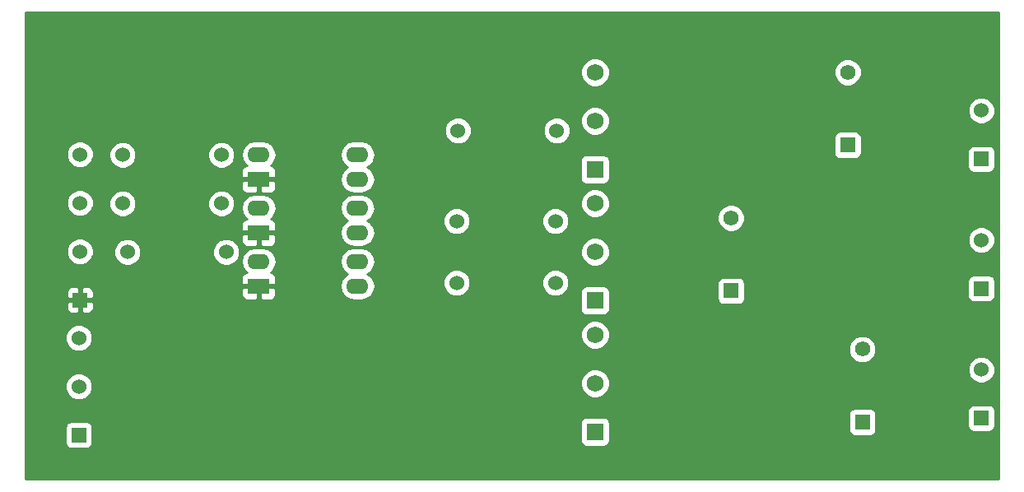
<source format=gbr>
G04 #@! TF.FileFunction,Copper,L2,Bot,Signal*
%FSLAX46Y46*%
G04 Gerber Fmt 4.6, Leading zero omitted, Abs format (unit mm)*
G04 Created by KiCad (PCBNEW 4.0.7-e1-6374~58~ubuntu14.04.1) date Fri Aug 18 16:55:42 2017*
%MOMM*%
%LPD*%
G01*
G04 APERTURE LIST*
%ADD10C,0.100000*%
%ADD11C,1.524000*%
%ADD12R,1.562100X1.562100*%
%ADD13C,1.562100*%
%ADD14R,1.524000X1.524000*%
%ADD15R,1.750000X1.750000*%
%ADD16C,1.750000*%
%ADD17R,2.286000X1.574800*%
%ADD18O,2.286000X1.574800*%
%ADD19C,0.254000*%
G04 APERTURE END LIST*
D10*
D11*
X167580000Y-140500000D03*
X157420000Y-140500000D03*
X167580000Y-145500000D03*
X157420000Y-145500000D03*
X168080000Y-150500000D03*
X157920000Y-150500000D03*
X191920000Y-138000000D03*
X202080000Y-138000000D03*
X191770000Y-147320000D03*
X201930000Y-147320000D03*
X191770000Y-153670000D03*
X201930000Y-153670000D03*
D12*
X232000000Y-139493000D03*
D13*
X232000000Y-132000000D03*
D12*
X220000000Y-154493000D03*
D13*
X220000000Y-147000000D03*
D12*
X233500000Y-167993000D03*
D13*
X233500000Y-160500000D03*
D14*
X245745000Y-167600000D03*
D11*
X245745000Y-162600000D03*
D14*
X245745000Y-140930000D03*
D11*
X245745000Y-135930000D03*
D14*
X245745000Y-154265000D03*
D11*
X245745000Y-149265000D03*
D14*
X153035000Y-155455000D03*
D11*
X153035000Y-150455000D03*
X153035000Y-145455000D03*
X153035000Y-140455000D03*
D14*
X152908000Y-169338000D03*
D11*
X152908000Y-164338000D03*
X152908000Y-159338000D03*
D15*
X206000000Y-142000000D03*
D16*
X206000000Y-137000000D03*
X206000000Y-132000000D03*
D15*
X206000000Y-155500000D03*
D16*
X206000000Y-150500000D03*
X206000000Y-145500000D03*
D15*
X206000000Y-169000000D03*
D16*
X206000000Y-164000000D03*
X206000000Y-159000000D03*
D17*
X171420000Y-154020000D03*
D18*
X171420000Y-151480000D03*
X181580000Y-151480000D03*
X181580000Y-154020000D03*
D17*
X171420000Y-148520000D03*
D18*
X171420000Y-145980000D03*
X181580000Y-145980000D03*
X181580000Y-148520000D03*
D17*
X171420000Y-143020000D03*
D18*
X171420000Y-140480000D03*
X181580000Y-140480000D03*
X181580000Y-143020000D03*
D19*
G36*
X247523000Y-173863000D02*
X147447000Y-173863000D01*
X147447000Y-168576000D01*
X151498560Y-168576000D01*
X151498560Y-170100000D01*
X151542838Y-170335317D01*
X151681910Y-170551441D01*
X151894110Y-170696431D01*
X152146000Y-170747440D01*
X153670000Y-170747440D01*
X153905317Y-170703162D01*
X154121441Y-170564090D01*
X154266431Y-170351890D01*
X154317440Y-170100000D01*
X154317440Y-168576000D01*
X154273162Y-168340683D01*
X154134374Y-168125000D01*
X204477560Y-168125000D01*
X204477560Y-169875000D01*
X204521838Y-170110317D01*
X204660910Y-170326441D01*
X204873110Y-170471431D01*
X205125000Y-170522440D01*
X206875000Y-170522440D01*
X207110317Y-170478162D01*
X207326441Y-170339090D01*
X207471431Y-170126890D01*
X207522440Y-169875000D01*
X207522440Y-168125000D01*
X207478162Y-167889683D01*
X207339090Y-167673559D01*
X207126890Y-167528569D01*
X206875000Y-167477560D01*
X205125000Y-167477560D01*
X204889683Y-167521838D01*
X204673559Y-167660910D01*
X204528569Y-167873110D01*
X204477560Y-168125000D01*
X154134374Y-168125000D01*
X154134090Y-168124559D01*
X153921890Y-167979569D01*
X153670000Y-167928560D01*
X152146000Y-167928560D01*
X151910683Y-167972838D01*
X151694559Y-168111910D01*
X151549569Y-168324110D01*
X151498560Y-168576000D01*
X147447000Y-168576000D01*
X147447000Y-167211950D01*
X232071510Y-167211950D01*
X232071510Y-168774050D01*
X232115788Y-169009367D01*
X232254860Y-169225491D01*
X232467060Y-169370481D01*
X232718950Y-169421490D01*
X234281050Y-169421490D01*
X234516367Y-169377212D01*
X234732491Y-169238140D01*
X234877481Y-169025940D01*
X234928490Y-168774050D01*
X234928490Y-167211950D01*
X234884212Y-166976633D01*
X234795005Y-166838000D01*
X244335560Y-166838000D01*
X244335560Y-168362000D01*
X244379838Y-168597317D01*
X244518910Y-168813441D01*
X244731110Y-168958431D01*
X244983000Y-169009440D01*
X246507000Y-169009440D01*
X246742317Y-168965162D01*
X246958441Y-168826090D01*
X247103431Y-168613890D01*
X247154440Y-168362000D01*
X247154440Y-166838000D01*
X247110162Y-166602683D01*
X246971090Y-166386559D01*
X246758890Y-166241569D01*
X246507000Y-166190560D01*
X244983000Y-166190560D01*
X244747683Y-166234838D01*
X244531559Y-166373910D01*
X244386569Y-166586110D01*
X244335560Y-166838000D01*
X234795005Y-166838000D01*
X234745140Y-166760509D01*
X234532940Y-166615519D01*
X234281050Y-166564510D01*
X232718950Y-166564510D01*
X232483633Y-166608788D01*
X232267509Y-166747860D01*
X232122519Y-166960060D01*
X232071510Y-167211950D01*
X147447000Y-167211950D01*
X147447000Y-164614661D01*
X151510758Y-164614661D01*
X151722990Y-165128303D01*
X152115630Y-165521629D01*
X152628900Y-165734757D01*
X153184661Y-165735242D01*
X153698303Y-165523010D01*
X154091629Y-165130370D01*
X154304757Y-164617100D01*
X154305034Y-164299040D01*
X204489738Y-164299040D01*
X204719138Y-164854229D01*
X205143537Y-165279370D01*
X205698325Y-165509738D01*
X206299040Y-165510262D01*
X206854229Y-165280862D01*
X207279370Y-164856463D01*
X207509738Y-164301675D01*
X207510262Y-163700960D01*
X207280862Y-163145771D01*
X207012222Y-162876661D01*
X244347758Y-162876661D01*
X244559990Y-163390303D01*
X244952630Y-163783629D01*
X245465900Y-163996757D01*
X246021661Y-163997242D01*
X246535303Y-163785010D01*
X246928629Y-163392370D01*
X247141757Y-162879100D01*
X247142242Y-162323339D01*
X246930010Y-161809697D01*
X246537370Y-161416371D01*
X246024100Y-161203243D01*
X245468339Y-161202758D01*
X244954697Y-161414990D01*
X244561371Y-161807630D01*
X244348243Y-162320900D01*
X244347758Y-162876661D01*
X207012222Y-162876661D01*
X206856463Y-162720630D01*
X206301675Y-162490262D01*
X205700960Y-162489738D01*
X205145771Y-162719138D01*
X204720630Y-163143537D01*
X204490262Y-163698325D01*
X204489738Y-164299040D01*
X154305034Y-164299040D01*
X154305242Y-164061339D01*
X154093010Y-163547697D01*
X153700370Y-163154371D01*
X153187100Y-162941243D01*
X152631339Y-162940758D01*
X152117697Y-163152990D01*
X151724371Y-163545630D01*
X151511243Y-164058900D01*
X151510758Y-164614661D01*
X147447000Y-164614661D01*
X147447000Y-160780434D01*
X232083705Y-160780434D01*
X232298831Y-161301080D01*
X232696825Y-161699769D01*
X233217095Y-161915804D01*
X233780434Y-161916295D01*
X234301080Y-161701169D01*
X234699769Y-161303175D01*
X234915804Y-160782905D01*
X234916295Y-160219566D01*
X234701169Y-159698920D01*
X234303175Y-159300231D01*
X233782905Y-159084196D01*
X233219566Y-159083705D01*
X232698920Y-159298831D01*
X232300231Y-159696825D01*
X232084196Y-160217095D01*
X232083705Y-160780434D01*
X147447000Y-160780434D01*
X147447000Y-159614661D01*
X151510758Y-159614661D01*
X151722990Y-160128303D01*
X152115630Y-160521629D01*
X152628900Y-160734757D01*
X153184661Y-160735242D01*
X153698303Y-160523010D01*
X154091629Y-160130370D01*
X154304757Y-159617100D01*
X154305034Y-159299040D01*
X204489738Y-159299040D01*
X204719138Y-159854229D01*
X205143537Y-160279370D01*
X205698325Y-160509738D01*
X206299040Y-160510262D01*
X206854229Y-160280862D01*
X207279370Y-159856463D01*
X207509738Y-159301675D01*
X207510262Y-158700960D01*
X207280862Y-158145771D01*
X206856463Y-157720630D01*
X206301675Y-157490262D01*
X205700960Y-157489738D01*
X205145771Y-157719138D01*
X204720630Y-158143537D01*
X204490262Y-158698325D01*
X204489738Y-159299040D01*
X154305034Y-159299040D01*
X154305242Y-159061339D01*
X154093010Y-158547697D01*
X153700370Y-158154371D01*
X153187100Y-157941243D01*
X152631339Y-157940758D01*
X152117697Y-158152990D01*
X151724371Y-158545630D01*
X151511243Y-159058900D01*
X151510758Y-159614661D01*
X147447000Y-159614661D01*
X147447000Y-155740750D01*
X151638000Y-155740750D01*
X151638000Y-156343309D01*
X151734673Y-156576698D01*
X151913301Y-156755327D01*
X152146690Y-156852000D01*
X152749250Y-156852000D01*
X152908000Y-156693250D01*
X152908000Y-155582000D01*
X153162000Y-155582000D01*
X153162000Y-156693250D01*
X153320750Y-156852000D01*
X153923310Y-156852000D01*
X154156699Y-156755327D01*
X154335327Y-156576698D01*
X154432000Y-156343309D01*
X154432000Y-155740750D01*
X154273250Y-155582000D01*
X153162000Y-155582000D01*
X152908000Y-155582000D01*
X151796750Y-155582000D01*
X151638000Y-155740750D01*
X147447000Y-155740750D01*
X147447000Y-154566691D01*
X151638000Y-154566691D01*
X151638000Y-155169250D01*
X151796750Y-155328000D01*
X152908000Y-155328000D01*
X152908000Y-154216750D01*
X153162000Y-154216750D01*
X153162000Y-155328000D01*
X154273250Y-155328000D01*
X154432000Y-155169250D01*
X154432000Y-154566691D01*
X154335327Y-154333302D01*
X154307776Y-154305750D01*
X169642000Y-154305750D01*
X169642000Y-154933710D01*
X169738673Y-155167099D01*
X169917302Y-155345727D01*
X170150691Y-155442400D01*
X171134250Y-155442400D01*
X171293000Y-155283650D01*
X171293000Y-154147000D01*
X171547000Y-154147000D01*
X171547000Y-155283650D01*
X171705750Y-155442400D01*
X172689309Y-155442400D01*
X172922698Y-155345727D01*
X173101327Y-155167099D01*
X173198000Y-154933710D01*
X173198000Y-154305750D01*
X173039250Y-154147000D01*
X171547000Y-154147000D01*
X171293000Y-154147000D01*
X169800750Y-154147000D01*
X169642000Y-154305750D01*
X154307776Y-154305750D01*
X154156699Y-154154673D01*
X153923310Y-154058000D01*
X153320750Y-154058000D01*
X153162000Y-154216750D01*
X152908000Y-154216750D01*
X152749250Y-154058000D01*
X152146690Y-154058000D01*
X151913301Y-154154673D01*
X151734673Y-154333302D01*
X151638000Y-154566691D01*
X147447000Y-154566691D01*
X147447000Y-150731661D01*
X151637758Y-150731661D01*
X151849990Y-151245303D01*
X152242630Y-151638629D01*
X152755900Y-151851757D01*
X153311661Y-151852242D01*
X153825303Y-151640010D01*
X154218629Y-151247370D01*
X154414084Y-150776661D01*
X156522758Y-150776661D01*
X156734990Y-151290303D01*
X157127630Y-151683629D01*
X157640900Y-151896757D01*
X158196661Y-151897242D01*
X158710303Y-151685010D01*
X159103629Y-151292370D01*
X159316757Y-150779100D01*
X159316759Y-150776661D01*
X166682758Y-150776661D01*
X166894990Y-151290303D01*
X167287630Y-151683629D01*
X167800900Y-151896757D01*
X168356661Y-151897242D01*
X168870303Y-151685010D01*
X169075671Y-151480000D01*
X169607167Y-151480000D01*
X169715441Y-152024329D01*
X170023778Y-152485789D01*
X170191115Y-152597600D01*
X170150691Y-152597600D01*
X169917302Y-152694273D01*
X169738673Y-152872901D01*
X169642000Y-153106290D01*
X169642000Y-153734250D01*
X169800750Y-153893000D01*
X171293000Y-153893000D01*
X171293000Y-153873000D01*
X171547000Y-153873000D01*
X171547000Y-153893000D01*
X173039250Y-153893000D01*
X173198000Y-153734250D01*
X173198000Y-153106290D01*
X173101327Y-152872901D01*
X172922698Y-152694273D01*
X172689309Y-152597600D01*
X172648885Y-152597600D01*
X172816222Y-152485789D01*
X173124559Y-152024329D01*
X173232833Y-151480000D01*
X179767167Y-151480000D01*
X179875441Y-152024329D01*
X180183778Y-152485789D01*
X180579199Y-152750000D01*
X180183778Y-153014211D01*
X179875441Y-153475671D01*
X179767167Y-154020000D01*
X179875441Y-154564329D01*
X180183778Y-155025789D01*
X180645238Y-155334126D01*
X181189567Y-155442400D01*
X181970433Y-155442400D01*
X182514762Y-155334126D01*
X182976222Y-155025789D01*
X183284559Y-154564329D01*
X183392833Y-154020000D01*
X183378245Y-153946661D01*
X190372758Y-153946661D01*
X190584990Y-154460303D01*
X190977630Y-154853629D01*
X191490900Y-155066757D01*
X192046661Y-155067242D01*
X192560303Y-154855010D01*
X192953629Y-154462370D01*
X193166757Y-153949100D01*
X193166759Y-153946661D01*
X200532758Y-153946661D01*
X200744990Y-154460303D01*
X201137630Y-154853629D01*
X201650900Y-155066757D01*
X202206661Y-155067242D01*
X202720303Y-154855010D01*
X202950714Y-154625000D01*
X204477560Y-154625000D01*
X204477560Y-156375000D01*
X204521838Y-156610317D01*
X204660910Y-156826441D01*
X204873110Y-156971431D01*
X205125000Y-157022440D01*
X206875000Y-157022440D01*
X207110317Y-156978162D01*
X207326441Y-156839090D01*
X207471431Y-156626890D01*
X207522440Y-156375000D01*
X207522440Y-154625000D01*
X207478162Y-154389683D01*
X207339090Y-154173559D01*
X207126890Y-154028569D01*
X206875000Y-153977560D01*
X205125000Y-153977560D01*
X204889683Y-154021838D01*
X204673559Y-154160910D01*
X204528569Y-154373110D01*
X204477560Y-154625000D01*
X202950714Y-154625000D01*
X203113629Y-154462370D01*
X203326757Y-153949100D01*
X203326963Y-153711950D01*
X218571510Y-153711950D01*
X218571510Y-155274050D01*
X218615788Y-155509367D01*
X218754860Y-155725491D01*
X218967060Y-155870481D01*
X219218950Y-155921490D01*
X220781050Y-155921490D01*
X221016367Y-155877212D01*
X221232491Y-155738140D01*
X221377481Y-155525940D01*
X221428490Y-155274050D01*
X221428490Y-153711950D01*
X221389174Y-153503000D01*
X244335560Y-153503000D01*
X244335560Y-155027000D01*
X244379838Y-155262317D01*
X244518910Y-155478441D01*
X244731110Y-155623431D01*
X244983000Y-155674440D01*
X246507000Y-155674440D01*
X246742317Y-155630162D01*
X246958441Y-155491090D01*
X247103431Y-155278890D01*
X247154440Y-155027000D01*
X247154440Y-153503000D01*
X247110162Y-153267683D01*
X246971090Y-153051559D01*
X246758890Y-152906569D01*
X246507000Y-152855560D01*
X244983000Y-152855560D01*
X244747683Y-152899838D01*
X244531559Y-153038910D01*
X244386569Y-153251110D01*
X244335560Y-153503000D01*
X221389174Y-153503000D01*
X221384212Y-153476633D01*
X221245140Y-153260509D01*
X221032940Y-153115519D01*
X220781050Y-153064510D01*
X219218950Y-153064510D01*
X218983633Y-153108788D01*
X218767509Y-153247860D01*
X218622519Y-153460060D01*
X218571510Y-153711950D01*
X203326963Y-153711950D01*
X203327242Y-153393339D01*
X203115010Y-152879697D01*
X202722370Y-152486371D01*
X202209100Y-152273243D01*
X201653339Y-152272758D01*
X201139697Y-152484990D01*
X200746371Y-152877630D01*
X200533243Y-153390900D01*
X200532758Y-153946661D01*
X193166759Y-153946661D01*
X193167242Y-153393339D01*
X192955010Y-152879697D01*
X192562370Y-152486371D01*
X192049100Y-152273243D01*
X191493339Y-152272758D01*
X190979697Y-152484990D01*
X190586371Y-152877630D01*
X190373243Y-153390900D01*
X190372758Y-153946661D01*
X183378245Y-153946661D01*
X183284559Y-153475671D01*
X182976222Y-153014211D01*
X182580801Y-152750000D01*
X182976222Y-152485789D01*
X183284559Y-152024329D01*
X183392833Y-151480000D01*
X183284559Y-150935671D01*
X183193266Y-150799040D01*
X204489738Y-150799040D01*
X204719138Y-151354229D01*
X205143537Y-151779370D01*
X205698325Y-152009738D01*
X206299040Y-152010262D01*
X206854229Y-151780862D01*
X207279370Y-151356463D01*
X207509738Y-150801675D01*
X207510262Y-150200960D01*
X207280862Y-149645771D01*
X207176934Y-149541661D01*
X244347758Y-149541661D01*
X244559990Y-150055303D01*
X244952630Y-150448629D01*
X245465900Y-150661757D01*
X246021661Y-150662242D01*
X246535303Y-150450010D01*
X246928629Y-150057370D01*
X247141757Y-149544100D01*
X247142242Y-148988339D01*
X246930010Y-148474697D01*
X246537370Y-148081371D01*
X246024100Y-147868243D01*
X245468339Y-147867758D01*
X244954697Y-148079990D01*
X244561371Y-148472630D01*
X244348243Y-148985900D01*
X244347758Y-149541661D01*
X207176934Y-149541661D01*
X206856463Y-149220630D01*
X206301675Y-148990262D01*
X205700960Y-148989738D01*
X205145771Y-149219138D01*
X204720630Y-149643537D01*
X204490262Y-150198325D01*
X204489738Y-150799040D01*
X183193266Y-150799040D01*
X182976222Y-150474211D01*
X182514762Y-150165874D01*
X181970433Y-150057600D01*
X181189567Y-150057600D01*
X180645238Y-150165874D01*
X180183778Y-150474211D01*
X179875441Y-150935671D01*
X179767167Y-151480000D01*
X173232833Y-151480000D01*
X173124559Y-150935671D01*
X172816222Y-150474211D01*
X172354762Y-150165874D01*
X171810433Y-150057600D01*
X171029567Y-150057600D01*
X170485238Y-150165874D01*
X170023778Y-150474211D01*
X169715441Y-150935671D01*
X169607167Y-151480000D01*
X169075671Y-151480000D01*
X169263629Y-151292370D01*
X169476757Y-150779100D01*
X169477242Y-150223339D01*
X169265010Y-149709697D01*
X168872370Y-149316371D01*
X168359100Y-149103243D01*
X167803339Y-149102758D01*
X167289697Y-149314990D01*
X166896371Y-149707630D01*
X166683243Y-150220900D01*
X166682758Y-150776661D01*
X159316759Y-150776661D01*
X159317242Y-150223339D01*
X159105010Y-149709697D01*
X158712370Y-149316371D01*
X158199100Y-149103243D01*
X157643339Y-149102758D01*
X157129697Y-149314990D01*
X156736371Y-149707630D01*
X156523243Y-150220900D01*
X156522758Y-150776661D01*
X154414084Y-150776661D01*
X154431757Y-150734100D01*
X154432242Y-150178339D01*
X154220010Y-149664697D01*
X153827370Y-149271371D01*
X153314100Y-149058243D01*
X152758339Y-149057758D01*
X152244697Y-149269990D01*
X151851371Y-149662630D01*
X151638243Y-150175900D01*
X151637758Y-150731661D01*
X147447000Y-150731661D01*
X147447000Y-148805750D01*
X169642000Y-148805750D01*
X169642000Y-149433710D01*
X169738673Y-149667099D01*
X169917302Y-149845727D01*
X170150691Y-149942400D01*
X171134250Y-149942400D01*
X171293000Y-149783650D01*
X171293000Y-148647000D01*
X171547000Y-148647000D01*
X171547000Y-149783650D01*
X171705750Y-149942400D01*
X172689309Y-149942400D01*
X172922698Y-149845727D01*
X173101327Y-149667099D01*
X173198000Y-149433710D01*
X173198000Y-148805750D01*
X173039250Y-148647000D01*
X171547000Y-148647000D01*
X171293000Y-148647000D01*
X169800750Y-148647000D01*
X169642000Y-148805750D01*
X147447000Y-148805750D01*
X147447000Y-145731661D01*
X151637758Y-145731661D01*
X151849990Y-146245303D01*
X152242630Y-146638629D01*
X152755900Y-146851757D01*
X153311661Y-146852242D01*
X153825303Y-146640010D01*
X154218629Y-146247370D01*
X154414084Y-145776661D01*
X156022758Y-145776661D01*
X156234990Y-146290303D01*
X156627630Y-146683629D01*
X157140900Y-146896757D01*
X157696661Y-146897242D01*
X158210303Y-146685010D01*
X158603629Y-146292370D01*
X158816757Y-145779100D01*
X158816759Y-145776661D01*
X166182758Y-145776661D01*
X166394990Y-146290303D01*
X166787630Y-146683629D01*
X167300900Y-146896757D01*
X167856661Y-146897242D01*
X168370303Y-146685010D01*
X168763629Y-146292370D01*
X168893336Y-145980000D01*
X169607167Y-145980000D01*
X169715441Y-146524329D01*
X170023778Y-146985789D01*
X170191115Y-147097600D01*
X170150691Y-147097600D01*
X169917302Y-147194273D01*
X169738673Y-147372901D01*
X169642000Y-147606290D01*
X169642000Y-148234250D01*
X169800750Y-148393000D01*
X171293000Y-148393000D01*
X171293000Y-148373000D01*
X171547000Y-148373000D01*
X171547000Y-148393000D01*
X173039250Y-148393000D01*
X173198000Y-148234250D01*
X173198000Y-147606290D01*
X173101327Y-147372901D01*
X172922698Y-147194273D01*
X172689309Y-147097600D01*
X172648885Y-147097600D01*
X172816222Y-146985789D01*
X173124559Y-146524329D01*
X173232833Y-145980000D01*
X179767167Y-145980000D01*
X179875441Y-146524329D01*
X180183778Y-146985789D01*
X180579199Y-147250000D01*
X180183778Y-147514211D01*
X179875441Y-147975671D01*
X179767167Y-148520000D01*
X179875441Y-149064329D01*
X180183778Y-149525789D01*
X180645238Y-149834126D01*
X181189567Y-149942400D01*
X181970433Y-149942400D01*
X182514762Y-149834126D01*
X182976222Y-149525789D01*
X183284559Y-149064329D01*
X183392833Y-148520000D01*
X183284559Y-147975671D01*
X183031314Y-147596661D01*
X190372758Y-147596661D01*
X190584990Y-148110303D01*
X190977630Y-148503629D01*
X191490900Y-148716757D01*
X192046661Y-148717242D01*
X192560303Y-148505010D01*
X192953629Y-148112370D01*
X193166757Y-147599100D01*
X193166759Y-147596661D01*
X200532758Y-147596661D01*
X200744990Y-148110303D01*
X201137630Y-148503629D01*
X201650900Y-148716757D01*
X202206661Y-148717242D01*
X202720303Y-148505010D01*
X203113629Y-148112370D01*
X203326757Y-147599100D01*
X203327035Y-147280434D01*
X218583705Y-147280434D01*
X218798831Y-147801080D01*
X219196825Y-148199769D01*
X219717095Y-148415804D01*
X220280434Y-148416295D01*
X220801080Y-148201169D01*
X221199769Y-147803175D01*
X221415804Y-147282905D01*
X221416295Y-146719566D01*
X221201169Y-146198920D01*
X220803175Y-145800231D01*
X220282905Y-145584196D01*
X219719566Y-145583705D01*
X219198920Y-145798831D01*
X218800231Y-146196825D01*
X218584196Y-146717095D01*
X218583705Y-147280434D01*
X203327035Y-147280434D01*
X203327242Y-147043339D01*
X203115010Y-146529697D01*
X202722370Y-146136371D01*
X202209100Y-145923243D01*
X201653339Y-145922758D01*
X201139697Y-146134990D01*
X200746371Y-146527630D01*
X200533243Y-147040900D01*
X200532758Y-147596661D01*
X193166759Y-147596661D01*
X193167242Y-147043339D01*
X192955010Y-146529697D01*
X192562370Y-146136371D01*
X192049100Y-145923243D01*
X191493339Y-145922758D01*
X190979697Y-146134990D01*
X190586371Y-146527630D01*
X190373243Y-147040900D01*
X190372758Y-147596661D01*
X183031314Y-147596661D01*
X182976222Y-147514211D01*
X182580801Y-147250000D01*
X182976222Y-146985789D01*
X183284559Y-146524329D01*
X183392833Y-145980000D01*
X183356838Y-145799040D01*
X204489738Y-145799040D01*
X204719138Y-146354229D01*
X205143537Y-146779370D01*
X205698325Y-147009738D01*
X206299040Y-147010262D01*
X206854229Y-146780862D01*
X207279370Y-146356463D01*
X207509738Y-145801675D01*
X207510262Y-145200960D01*
X207280862Y-144645771D01*
X206856463Y-144220630D01*
X206301675Y-143990262D01*
X205700960Y-143989738D01*
X205145771Y-144219138D01*
X204720630Y-144643537D01*
X204490262Y-145198325D01*
X204489738Y-145799040D01*
X183356838Y-145799040D01*
X183284559Y-145435671D01*
X182976222Y-144974211D01*
X182514762Y-144665874D01*
X181970433Y-144557600D01*
X181189567Y-144557600D01*
X180645238Y-144665874D01*
X180183778Y-144974211D01*
X179875441Y-145435671D01*
X179767167Y-145980000D01*
X173232833Y-145980000D01*
X173124559Y-145435671D01*
X172816222Y-144974211D01*
X172354762Y-144665874D01*
X171810433Y-144557600D01*
X171029567Y-144557600D01*
X170485238Y-144665874D01*
X170023778Y-144974211D01*
X169715441Y-145435671D01*
X169607167Y-145980000D01*
X168893336Y-145980000D01*
X168976757Y-145779100D01*
X168977242Y-145223339D01*
X168765010Y-144709697D01*
X168372370Y-144316371D01*
X167859100Y-144103243D01*
X167303339Y-144102758D01*
X166789697Y-144314990D01*
X166396371Y-144707630D01*
X166183243Y-145220900D01*
X166182758Y-145776661D01*
X158816759Y-145776661D01*
X158817242Y-145223339D01*
X158605010Y-144709697D01*
X158212370Y-144316371D01*
X157699100Y-144103243D01*
X157143339Y-144102758D01*
X156629697Y-144314990D01*
X156236371Y-144707630D01*
X156023243Y-145220900D01*
X156022758Y-145776661D01*
X154414084Y-145776661D01*
X154431757Y-145734100D01*
X154432242Y-145178339D01*
X154220010Y-144664697D01*
X153827370Y-144271371D01*
X153314100Y-144058243D01*
X152758339Y-144057758D01*
X152244697Y-144269990D01*
X151851371Y-144662630D01*
X151638243Y-145175900D01*
X151637758Y-145731661D01*
X147447000Y-145731661D01*
X147447000Y-143305750D01*
X169642000Y-143305750D01*
X169642000Y-143933710D01*
X169738673Y-144167099D01*
X169917302Y-144345727D01*
X170150691Y-144442400D01*
X171134250Y-144442400D01*
X171293000Y-144283650D01*
X171293000Y-143147000D01*
X171547000Y-143147000D01*
X171547000Y-144283650D01*
X171705750Y-144442400D01*
X172689309Y-144442400D01*
X172922698Y-144345727D01*
X173101327Y-144167099D01*
X173198000Y-143933710D01*
X173198000Y-143305750D01*
X173039250Y-143147000D01*
X171547000Y-143147000D01*
X171293000Y-143147000D01*
X169800750Y-143147000D01*
X169642000Y-143305750D01*
X147447000Y-143305750D01*
X147447000Y-140731661D01*
X151637758Y-140731661D01*
X151849990Y-141245303D01*
X152242630Y-141638629D01*
X152755900Y-141851757D01*
X153311661Y-141852242D01*
X153825303Y-141640010D01*
X154218629Y-141247370D01*
X154414084Y-140776661D01*
X156022758Y-140776661D01*
X156234990Y-141290303D01*
X156627630Y-141683629D01*
X157140900Y-141896757D01*
X157696661Y-141897242D01*
X158210303Y-141685010D01*
X158603629Y-141292370D01*
X158816757Y-140779100D01*
X158816759Y-140776661D01*
X166182758Y-140776661D01*
X166394990Y-141290303D01*
X166787630Y-141683629D01*
X167300900Y-141896757D01*
X167856661Y-141897242D01*
X168370303Y-141685010D01*
X168763629Y-141292370D01*
X168976757Y-140779100D01*
X168977018Y-140480000D01*
X169607167Y-140480000D01*
X169715441Y-141024329D01*
X170023778Y-141485789D01*
X170191115Y-141597600D01*
X170150691Y-141597600D01*
X169917302Y-141694273D01*
X169738673Y-141872901D01*
X169642000Y-142106290D01*
X169642000Y-142734250D01*
X169800750Y-142893000D01*
X171293000Y-142893000D01*
X171293000Y-142873000D01*
X171547000Y-142873000D01*
X171547000Y-142893000D01*
X173039250Y-142893000D01*
X173198000Y-142734250D01*
X173198000Y-142106290D01*
X173101327Y-141872901D01*
X172922698Y-141694273D01*
X172689309Y-141597600D01*
X172648885Y-141597600D01*
X172816222Y-141485789D01*
X173124559Y-141024329D01*
X173232833Y-140480000D01*
X179767167Y-140480000D01*
X179875441Y-141024329D01*
X180183778Y-141485789D01*
X180579199Y-141750000D01*
X180183778Y-142014211D01*
X179875441Y-142475671D01*
X179767167Y-143020000D01*
X179875441Y-143564329D01*
X180183778Y-144025789D01*
X180645238Y-144334126D01*
X181189567Y-144442400D01*
X181970433Y-144442400D01*
X182514762Y-144334126D01*
X182976222Y-144025789D01*
X183284559Y-143564329D01*
X183392833Y-143020000D01*
X183284559Y-142475671D01*
X182976222Y-142014211D01*
X182580801Y-141750000D01*
X182976222Y-141485789D01*
X183217292Y-141125000D01*
X204477560Y-141125000D01*
X204477560Y-142875000D01*
X204521838Y-143110317D01*
X204660910Y-143326441D01*
X204873110Y-143471431D01*
X205125000Y-143522440D01*
X206875000Y-143522440D01*
X207110317Y-143478162D01*
X207326441Y-143339090D01*
X207471431Y-143126890D01*
X207522440Y-142875000D01*
X207522440Y-141125000D01*
X207478162Y-140889683D01*
X207339090Y-140673559D01*
X207126890Y-140528569D01*
X206875000Y-140477560D01*
X205125000Y-140477560D01*
X204889683Y-140521838D01*
X204673559Y-140660910D01*
X204528569Y-140873110D01*
X204477560Y-141125000D01*
X183217292Y-141125000D01*
X183284559Y-141024329D01*
X183392833Y-140480000D01*
X183284559Y-139935671D01*
X182976222Y-139474211D01*
X182514762Y-139165874D01*
X181970433Y-139057600D01*
X181189567Y-139057600D01*
X180645238Y-139165874D01*
X180183778Y-139474211D01*
X179875441Y-139935671D01*
X179767167Y-140480000D01*
X173232833Y-140480000D01*
X173124559Y-139935671D01*
X172816222Y-139474211D01*
X172354762Y-139165874D01*
X171810433Y-139057600D01*
X171029567Y-139057600D01*
X170485238Y-139165874D01*
X170023778Y-139474211D01*
X169715441Y-139935671D01*
X169607167Y-140480000D01*
X168977018Y-140480000D01*
X168977242Y-140223339D01*
X168765010Y-139709697D01*
X168372370Y-139316371D01*
X167859100Y-139103243D01*
X167303339Y-139102758D01*
X166789697Y-139314990D01*
X166396371Y-139707630D01*
X166183243Y-140220900D01*
X166182758Y-140776661D01*
X158816759Y-140776661D01*
X158817242Y-140223339D01*
X158605010Y-139709697D01*
X158212370Y-139316371D01*
X157699100Y-139103243D01*
X157143339Y-139102758D01*
X156629697Y-139314990D01*
X156236371Y-139707630D01*
X156023243Y-140220900D01*
X156022758Y-140776661D01*
X154414084Y-140776661D01*
X154431757Y-140734100D01*
X154432242Y-140178339D01*
X154220010Y-139664697D01*
X153827370Y-139271371D01*
X153314100Y-139058243D01*
X152758339Y-139057758D01*
X152244697Y-139269990D01*
X151851371Y-139662630D01*
X151638243Y-140175900D01*
X151637758Y-140731661D01*
X147447000Y-140731661D01*
X147447000Y-138276661D01*
X190522758Y-138276661D01*
X190734990Y-138790303D01*
X191127630Y-139183629D01*
X191640900Y-139396757D01*
X192196661Y-139397242D01*
X192710303Y-139185010D01*
X193103629Y-138792370D01*
X193316757Y-138279100D01*
X193316759Y-138276661D01*
X200682758Y-138276661D01*
X200894990Y-138790303D01*
X201287630Y-139183629D01*
X201800900Y-139396757D01*
X202356661Y-139397242D01*
X202870303Y-139185010D01*
X203263629Y-138792370D01*
X203297022Y-138711950D01*
X230571510Y-138711950D01*
X230571510Y-140274050D01*
X230615788Y-140509367D01*
X230754860Y-140725491D01*
X230967060Y-140870481D01*
X231218950Y-140921490D01*
X232781050Y-140921490D01*
X233016367Y-140877212D01*
X233232491Y-140738140D01*
X233377481Y-140525940D01*
X233428490Y-140274050D01*
X233428490Y-140168000D01*
X244335560Y-140168000D01*
X244335560Y-141692000D01*
X244379838Y-141927317D01*
X244518910Y-142143441D01*
X244731110Y-142288431D01*
X244983000Y-142339440D01*
X246507000Y-142339440D01*
X246742317Y-142295162D01*
X246958441Y-142156090D01*
X247103431Y-141943890D01*
X247154440Y-141692000D01*
X247154440Y-140168000D01*
X247110162Y-139932683D01*
X246971090Y-139716559D01*
X246758890Y-139571569D01*
X246507000Y-139520560D01*
X244983000Y-139520560D01*
X244747683Y-139564838D01*
X244531559Y-139703910D01*
X244386569Y-139916110D01*
X244335560Y-140168000D01*
X233428490Y-140168000D01*
X233428490Y-138711950D01*
X233384212Y-138476633D01*
X233245140Y-138260509D01*
X233032940Y-138115519D01*
X232781050Y-138064510D01*
X231218950Y-138064510D01*
X230983633Y-138108788D01*
X230767509Y-138247860D01*
X230622519Y-138460060D01*
X230571510Y-138711950D01*
X203297022Y-138711950D01*
X203476757Y-138279100D01*
X203477242Y-137723339D01*
X203301926Y-137299040D01*
X204489738Y-137299040D01*
X204719138Y-137854229D01*
X205143537Y-138279370D01*
X205698325Y-138509738D01*
X206299040Y-138510262D01*
X206854229Y-138280862D01*
X207279370Y-137856463D01*
X207509738Y-137301675D01*
X207510262Y-136700960D01*
X207306022Y-136206661D01*
X244347758Y-136206661D01*
X244559990Y-136720303D01*
X244952630Y-137113629D01*
X245465900Y-137326757D01*
X246021661Y-137327242D01*
X246535303Y-137115010D01*
X246928629Y-136722370D01*
X247141757Y-136209100D01*
X247142242Y-135653339D01*
X246930010Y-135139697D01*
X246537370Y-134746371D01*
X246024100Y-134533243D01*
X245468339Y-134532758D01*
X244954697Y-134744990D01*
X244561371Y-135137630D01*
X244348243Y-135650900D01*
X244347758Y-136206661D01*
X207306022Y-136206661D01*
X207280862Y-136145771D01*
X206856463Y-135720630D01*
X206301675Y-135490262D01*
X205700960Y-135489738D01*
X205145771Y-135719138D01*
X204720630Y-136143537D01*
X204490262Y-136698325D01*
X204489738Y-137299040D01*
X203301926Y-137299040D01*
X203265010Y-137209697D01*
X202872370Y-136816371D01*
X202359100Y-136603243D01*
X201803339Y-136602758D01*
X201289697Y-136814990D01*
X200896371Y-137207630D01*
X200683243Y-137720900D01*
X200682758Y-138276661D01*
X193316759Y-138276661D01*
X193317242Y-137723339D01*
X193105010Y-137209697D01*
X192712370Y-136816371D01*
X192199100Y-136603243D01*
X191643339Y-136602758D01*
X191129697Y-136814990D01*
X190736371Y-137207630D01*
X190523243Y-137720900D01*
X190522758Y-138276661D01*
X147447000Y-138276661D01*
X147447000Y-132299040D01*
X204489738Y-132299040D01*
X204719138Y-132854229D01*
X205143537Y-133279370D01*
X205698325Y-133509738D01*
X206299040Y-133510262D01*
X206854229Y-133280862D01*
X207279370Y-132856463D01*
X207509738Y-132301675D01*
X207509756Y-132280434D01*
X230583705Y-132280434D01*
X230798831Y-132801080D01*
X231196825Y-133199769D01*
X231717095Y-133415804D01*
X232280434Y-133416295D01*
X232801080Y-133201169D01*
X233199769Y-132803175D01*
X233415804Y-132282905D01*
X233416295Y-131719566D01*
X233201169Y-131198920D01*
X232803175Y-130800231D01*
X232282905Y-130584196D01*
X231719566Y-130583705D01*
X231198920Y-130798831D01*
X230800231Y-131196825D01*
X230584196Y-131717095D01*
X230583705Y-132280434D01*
X207509756Y-132280434D01*
X207510262Y-131700960D01*
X207280862Y-131145771D01*
X206856463Y-130720630D01*
X206301675Y-130490262D01*
X205700960Y-130489738D01*
X205145771Y-130719138D01*
X204720630Y-131143537D01*
X204490262Y-131698325D01*
X204489738Y-132299040D01*
X147447000Y-132299040D01*
X147447000Y-125857000D01*
X247523000Y-125857000D01*
X247523000Y-173863000D01*
X247523000Y-173863000D01*
G37*
X247523000Y-173863000D02*
X147447000Y-173863000D01*
X147447000Y-168576000D01*
X151498560Y-168576000D01*
X151498560Y-170100000D01*
X151542838Y-170335317D01*
X151681910Y-170551441D01*
X151894110Y-170696431D01*
X152146000Y-170747440D01*
X153670000Y-170747440D01*
X153905317Y-170703162D01*
X154121441Y-170564090D01*
X154266431Y-170351890D01*
X154317440Y-170100000D01*
X154317440Y-168576000D01*
X154273162Y-168340683D01*
X154134374Y-168125000D01*
X204477560Y-168125000D01*
X204477560Y-169875000D01*
X204521838Y-170110317D01*
X204660910Y-170326441D01*
X204873110Y-170471431D01*
X205125000Y-170522440D01*
X206875000Y-170522440D01*
X207110317Y-170478162D01*
X207326441Y-170339090D01*
X207471431Y-170126890D01*
X207522440Y-169875000D01*
X207522440Y-168125000D01*
X207478162Y-167889683D01*
X207339090Y-167673559D01*
X207126890Y-167528569D01*
X206875000Y-167477560D01*
X205125000Y-167477560D01*
X204889683Y-167521838D01*
X204673559Y-167660910D01*
X204528569Y-167873110D01*
X204477560Y-168125000D01*
X154134374Y-168125000D01*
X154134090Y-168124559D01*
X153921890Y-167979569D01*
X153670000Y-167928560D01*
X152146000Y-167928560D01*
X151910683Y-167972838D01*
X151694559Y-168111910D01*
X151549569Y-168324110D01*
X151498560Y-168576000D01*
X147447000Y-168576000D01*
X147447000Y-167211950D01*
X232071510Y-167211950D01*
X232071510Y-168774050D01*
X232115788Y-169009367D01*
X232254860Y-169225491D01*
X232467060Y-169370481D01*
X232718950Y-169421490D01*
X234281050Y-169421490D01*
X234516367Y-169377212D01*
X234732491Y-169238140D01*
X234877481Y-169025940D01*
X234928490Y-168774050D01*
X234928490Y-167211950D01*
X234884212Y-166976633D01*
X234795005Y-166838000D01*
X244335560Y-166838000D01*
X244335560Y-168362000D01*
X244379838Y-168597317D01*
X244518910Y-168813441D01*
X244731110Y-168958431D01*
X244983000Y-169009440D01*
X246507000Y-169009440D01*
X246742317Y-168965162D01*
X246958441Y-168826090D01*
X247103431Y-168613890D01*
X247154440Y-168362000D01*
X247154440Y-166838000D01*
X247110162Y-166602683D01*
X246971090Y-166386559D01*
X246758890Y-166241569D01*
X246507000Y-166190560D01*
X244983000Y-166190560D01*
X244747683Y-166234838D01*
X244531559Y-166373910D01*
X244386569Y-166586110D01*
X244335560Y-166838000D01*
X234795005Y-166838000D01*
X234745140Y-166760509D01*
X234532940Y-166615519D01*
X234281050Y-166564510D01*
X232718950Y-166564510D01*
X232483633Y-166608788D01*
X232267509Y-166747860D01*
X232122519Y-166960060D01*
X232071510Y-167211950D01*
X147447000Y-167211950D01*
X147447000Y-164614661D01*
X151510758Y-164614661D01*
X151722990Y-165128303D01*
X152115630Y-165521629D01*
X152628900Y-165734757D01*
X153184661Y-165735242D01*
X153698303Y-165523010D01*
X154091629Y-165130370D01*
X154304757Y-164617100D01*
X154305034Y-164299040D01*
X204489738Y-164299040D01*
X204719138Y-164854229D01*
X205143537Y-165279370D01*
X205698325Y-165509738D01*
X206299040Y-165510262D01*
X206854229Y-165280862D01*
X207279370Y-164856463D01*
X207509738Y-164301675D01*
X207510262Y-163700960D01*
X207280862Y-163145771D01*
X207012222Y-162876661D01*
X244347758Y-162876661D01*
X244559990Y-163390303D01*
X244952630Y-163783629D01*
X245465900Y-163996757D01*
X246021661Y-163997242D01*
X246535303Y-163785010D01*
X246928629Y-163392370D01*
X247141757Y-162879100D01*
X247142242Y-162323339D01*
X246930010Y-161809697D01*
X246537370Y-161416371D01*
X246024100Y-161203243D01*
X245468339Y-161202758D01*
X244954697Y-161414990D01*
X244561371Y-161807630D01*
X244348243Y-162320900D01*
X244347758Y-162876661D01*
X207012222Y-162876661D01*
X206856463Y-162720630D01*
X206301675Y-162490262D01*
X205700960Y-162489738D01*
X205145771Y-162719138D01*
X204720630Y-163143537D01*
X204490262Y-163698325D01*
X204489738Y-164299040D01*
X154305034Y-164299040D01*
X154305242Y-164061339D01*
X154093010Y-163547697D01*
X153700370Y-163154371D01*
X153187100Y-162941243D01*
X152631339Y-162940758D01*
X152117697Y-163152990D01*
X151724371Y-163545630D01*
X151511243Y-164058900D01*
X151510758Y-164614661D01*
X147447000Y-164614661D01*
X147447000Y-160780434D01*
X232083705Y-160780434D01*
X232298831Y-161301080D01*
X232696825Y-161699769D01*
X233217095Y-161915804D01*
X233780434Y-161916295D01*
X234301080Y-161701169D01*
X234699769Y-161303175D01*
X234915804Y-160782905D01*
X234916295Y-160219566D01*
X234701169Y-159698920D01*
X234303175Y-159300231D01*
X233782905Y-159084196D01*
X233219566Y-159083705D01*
X232698920Y-159298831D01*
X232300231Y-159696825D01*
X232084196Y-160217095D01*
X232083705Y-160780434D01*
X147447000Y-160780434D01*
X147447000Y-159614661D01*
X151510758Y-159614661D01*
X151722990Y-160128303D01*
X152115630Y-160521629D01*
X152628900Y-160734757D01*
X153184661Y-160735242D01*
X153698303Y-160523010D01*
X154091629Y-160130370D01*
X154304757Y-159617100D01*
X154305034Y-159299040D01*
X204489738Y-159299040D01*
X204719138Y-159854229D01*
X205143537Y-160279370D01*
X205698325Y-160509738D01*
X206299040Y-160510262D01*
X206854229Y-160280862D01*
X207279370Y-159856463D01*
X207509738Y-159301675D01*
X207510262Y-158700960D01*
X207280862Y-158145771D01*
X206856463Y-157720630D01*
X206301675Y-157490262D01*
X205700960Y-157489738D01*
X205145771Y-157719138D01*
X204720630Y-158143537D01*
X204490262Y-158698325D01*
X204489738Y-159299040D01*
X154305034Y-159299040D01*
X154305242Y-159061339D01*
X154093010Y-158547697D01*
X153700370Y-158154371D01*
X153187100Y-157941243D01*
X152631339Y-157940758D01*
X152117697Y-158152990D01*
X151724371Y-158545630D01*
X151511243Y-159058900D01*
X151510758Y-159614661D01*
X147447000Y-159614661D01*
X147447000Y-155740750D01*
X151638000Y-155740750D01*
X151638000Y-156343309D01*
X151734673Y-156576698D01*
X151913301Y-156755327D01*
X152146690Y-156852000D01*
X152749250Y-156852000D01*
X152908000Y-156693250D01*
X152908000Y-155582000D01*
X153162000Y-155582000D01*
X153162000Y-156693250D01*
X153320750Y-156852000D01*
X153923310Y-156852000D01*
X154156699Y-156755327D01*
X154335327Y-156576698D01*
X154432000Y-156343309D01*
X154432000Y-155740750D01*
X154273250Y-155582000D01*
X153162000Y-155582000D01*
X152908000Y-155582000D01*
X151796750Y-155582000D01*
X151638000Y-155740750D01*
X147447000Y-155740750D01*
X147447000Y-154566691D01*
X151638000Y-154566691D01*
X151638000Y-155169250D01*
X151796750Y-155328000D01*
X152908000Y-155328000D01*
X152908000Y-154216750D01*
X153162000Y-154216750D01*
X153162000Y-155328000D01*
X154273250Y-155328000D01*
X154432000Y-155169250D01*
X154432000Y-154566691D01*
X154335327Y-154333302D01*
X154307776Y-154305750D01*
X169642000Y-154305750D01*
X169642000Y-154933710D01*
X169738673Y-155167099D01*
X169917302Y-155345727D01*
X170150691Y-155442400D01*
X171134250Y-155442400D01*
X171293000Y-155283650D01*
X171293000Y-154147000D01*
X171547000Y-154147000D01*
X171547000Y-155283650D01*
X171705750Y-155442400D01*
X172689309Y-155442400D01*
X172922698Y-155345727D01*
X173101327Y-155167099D01*
X173198000Y-154933710D01*
X173198000Y-154305750D01*
X173039250Y-154147000D01*
X171547000Y-154147000D01*
X171293000Y-154147000D01*
X169800750Y-154147000D01*
X169642000Y-154305750D01*
X154307776Y-154305750D01*
X154156699Y-154154673D01*
X153923310Y-154058000D01*
X153320750Y-154058000D01*
X153162000Y-154216750D01*
X152908000Y-154216750D01*
X152749250Y-154058000D01*
X152146690Y-154058000D01*
X151913301Y-154154673D01*
X151734673Y-154333302D01*
X151638000Y-154566691D01*
X147447000Y-154566691D01*
X147447000Y-150731661D01*
X151637758Y-150731661D01*
X151849990Y-151245303D01*
X152242630Y-151638629D01*
X152755900Y-151851757D01*
X153311661Y-151852242D01*
X153825303Y-151640010D01*
X154218629Y-151247370D01*
X154414084Y-150776661D01*
X156522758Y-150776661D01*
X156734990Y-151290303D01*
X157127630Y-151683629D01*
X157640900Y-151896757D01*
X158196661Y-151897242D01*
X158710303Y-151685010D01*
X159103629Y-151292370D01*
X159316757Y-150779100D01*
X159316759Y-150776661D01*
X166682758Y-150776661D01*
X166894990Y-151290303D01*
X167287630Y-151683629D01*
X167800900Y-151896757D01*
X168356661Y-151897242D01*
X168870303Y-151685010D01*
X169075671Y-151480000D01*
X169607167Y-151480000D01*
X169715441Y-152024329D01*
X170023778Y-152485789D01*
X170191115Y-152597600D01*
X170150691Y-152597600D01*
X169917302Y-152694273D01*
X169738673Y-152872901D01*
X169642000Y-153106290D01*
X169642000Y-153734250D01*
X169800750Y-153893000D01*
X171293000Y-153893000D01*
X171293000Y-153873000D01*
X171547000Y-153873000D01*
X171547000Y-153893000D01*
X173039250Y-153893000D01*
X173198000Y-153734250D01*
X173198000Y-153106290D01*
X173101327Y-152872901D01*
X172922698Y-152694273D01*
X172689309Y-152597600D01*
X172648885Y-152597600D01*
X172816222Y-152485789D01*
X173124559Y-152024329D01*
X173232833Y-151480000D01*
X179767167Y-151480000D01*
X179875441Y-152024329D01*
X180183778Y-152485789D01*
X180579199Y-152750000D01*
X180183778Y-153014211D01*
X179875441Y-153475671D01*
X179767167Y-154020000D01*
X179875441Y-154564329D01*
X180183778Y-155025789D01*
X180645238Y-155334126D01*
X181189567Y-155442400D01*
X181970433Y-155442400D01*
X182514762Y-155334126D01*
X182976222Y-155025789D01*
X183284559Y-154564329D01*
X183392833Y-154020000D01*
X183378245Y-153946661D01*
X190372758Y-153946661D01*
X190584990Y-154460303D01*
X190977630Y-154853629D01*
X191490900Y-155066757D01*
X192046661Y-155067242D01*
X192560303Y-154855010D01*
X192953629Y-154462370D01*
X193166757Y-153949100D01*
X193166759Y-153946661D01*
X200532758Y-153946661D01*
X200744990Y-154460303D01*
X201137630Y-154853629D01*
X201650900Y-155066757D01*
X202206661Y-155067242D01*
X202720303Y-154855010D01*
X202950714Y-154625000D01*
X204477560Y-154625000D01*
X204477560Y-156375000D01*
X204521838Y-156610317D01*
X204660910Y-156826441D01*
X204873110Y-156971431D01*
X205125000Y-157022440D01*
X206875000Y-157022440D01*
X207110317Y-156978162D01*
X207326441Y-156839090D01*
X207471431Y-156626890D01*
X207522440Y-156375000D01*
X207522440Y-154625000D01*
X207478162Y-154389683D01*
X207339090Y-154173559D01*
X207126890Y-154028569D01*
X206875000Y-153977560D01*
X205125000Y-153977560D01*
X204889683Y-154021838D01*
X204673559Y-154160910D01*
X204528569Y-154373110D01*
X204477560Y-154625000D01*
X202950714Y-154625000D01*
X203113629Y-154462370D01*
X203326757Y-153949100D01*
X203326963Y-153711950D01*
X218571510Y-153711950D01*
X218571510Y-155274050D01*
X218615788Y-155509367D01*
X218754860Y-155725491D01*
X218967060Y-155870481D01*
X219218950Y-155921490D01*
X220781050Y-155921490D01*
X221016367Y-155877212D01*
X221232491Y-155738140D01*
X221377481Y-155525940D01*
X221428490Y-155274050D01*
X221428490Y-153711950D01*
X221389174Y-153503000D01*
X244335560Y-153503000D01*
X244335560Y-155027000D01*
X244379838Y-155262317D01*
X244518910Y-155478441D01*
X244731110Y-155623431D01*
X244983000Y-155674440D01*
X246507000Y-155674440D01*
X246742317Y-155630162D01*
X246958441Y-155491090D01*
X247103431Y-155278890D01*
X247154440Y-155027000D01*
X247154440Y-153503000D01*
X247110162Y-153267683D01*
X246971090Y-153051559D01*
X246758890Y-152906569D01*
X246507000Y-152855560D01*
X244983000Y-152855560D01*
X244747683Y-152899838D01*
X244531559Y-153038910D01*
X244386569Y-153251110D01*
X244335560Y-153503000D01*
X221389174Y-153503000D01*
X221384212Y-153476633D01*
X221245140Y-153260509D01*
X221032940Y-153115519D01*
X220781050Y-153064510D01*
X219218950Y-153064510D01*
X218983633Y-153108788D01*
X218767509Y-153247860D01*
X218622519Y-153460060D01*
X218571510Y-153711950D01*
X203326963Y-153711950D01*
X203327242Y-153393339D01*
X203115010Y-152879697D01*
X202722370Y-152486371D01*
X202209100Y-152273243D01*
X201653339Y-152272758D01*
X201139697Y-152484990D01*
X200746371Y-152877630D01*
X200533243Y-153390900D01*
X200532758Y-153946661D01*
X193166759Y-153946661D01*
X193167242Y-153393339D01*
X192955010Y-152879697D01*
X192562370Y-152486371D01*
X192049100Y-152273243D01*
X191493339Y-152272758D01*
X190979697Y-152484990D01*
X190586371Y-152877630D01*
X190373243Y-153390900D01*
X190372758Y-153946661D01*
X183378245Y-153946661D01*
X183284559Y-153475671D01*
X182976222Y-153014211D01*
X182580801Y-152750000D01*
X182976222Y-152485789D01*
X183284559Y-152024329D01*
X183392833Y-151480000D01*
X183284559Y-150935671D01*
X183193266Y-150799040D01*
X204489738Y-150799040D01*
X204719138Y-151354229D01*
X205143537Y-151779370D01*
X205698325Y-152009738D01*
X206299040Y-152010262D01*
X206854229Y-151780862D01*
X207279370Y-151356463D01*
X207509738Y-150801675D01*
X207510262Y-150200960D01*
X207280862Y-149645771D01*
X207176934Y-149541661D01*
X244347758Y-149541661D01*
X244559990Y-150055303D01*
X244952630Y-150448629D01*
X245465900Y-150661757D01*
X246021661Y-150662242D01*
X246535303Y-150450010D01*
X246928629Y-150057370D01*
X247141757Y-149544100D01*
X247142242Y-148988339D01*
X246930010Y-148474697D01*
X246537370Y-148081371D01*
X246024100Y-147868243D01*
X245468339Y-147867758D01*
X244954697Y-148079990D01*
X244561371Y-148472630D01*
X244348243Y-148985900D01*
X244347758Y-149541661D01*
X207176934Y-149541661D01*
X206856463Y-149220630D01*
X206301675Y-148990262D01*
X205700960Y-148989738D01*
X205145771Y-149219138D01*
X204720630Y-149643537D01*
X204490262Y-150198325D01*
X204489738Y-150799040D01*
X183193266Y-150799040D01*
X182976222Y-150474211D01*
X182514762Y-150165874D01*
X181970433Y-150057600D01*
X181189567Y-150057600D01*
X180645238Y-150165874D01*
X180183778Y-150474211D01*
X179875441Y-150935671D01*
X179767167Y-151480000D01*
X173232833Y-151480000D01*
X173124559Y-150935671D01*
X172816222Y-150474211D01*
X172354762Y-150165874D01*
X171810433Y-150057600D01*
X171029567Y-150057600D01*
X170485238Y-150165874D01*
X170023778Y-150474211D01*
X169715441Y-150935671D01*
X169607167Y-151480000D01*
X169075671Y-151480000D01*
X169263629Y-151292370D01*
X169476757Y-150779100D01*
X169477242Y-150223339D01*
X169265010Y-149709697D01*
X168872370Y-149316371D01*
X168359100Y-149103243D01*
X167803339Y-149102758D01*
X167289697Y-149314990D01*
X166896371Y-149707630D01*
X166683243Y-150220900D01*
X166682758Y-150776661D01*
X159316759Y-150776661D01*
X159317242Y-150223339D01*
X159105010Y-149709697D01*
X158712370Y-149316371D01*
X158199100Y-149103243D01*
X157643339Y-149102758D01*
X157129697Y-149314990D01*
X156736371Y-149707630D01*
X156523243Y-150220900D01*
X156522758Y-150776661D01*
X154414084Y-150776661D01*
X154431757Y-150734100D01*
X154432242Y-150178339D01*
X154220010Y-149664697D01*
X153827370Y-149271371D01*
X153314100Y-149058243D01*
X152758339Y-149057758D01*
X152244697Y-149269990D01*
X151851371Y-149662630D01*
X151638243Y-150175900D01*
X151637758Y-150731661D01*
X147447000Y-150731661D01*
X147447000Y-148805750D01*
X169642000Y-148805750D01*
X169642000Y-149433710D01*
X169738673Y-149667099D01*
X169917302Y-149845727D01*
X170150691Y-149942400D01*
X171134250Y-149942400D01*
X171293000Y-149783650D01*
X171293000Y-148647000D01*
X171547000Y-148647000D01*
X171547000Y-149783650D01*
X171705750Y-149942400D01*
X172689309Y-149942400D01*
X172922698Y-149845727D01*
X173101327Y-149667099D01*
X173198000Y-149433710D01*
X173198000Y-148805750D01*
X173039250Y-148647000D01*
X171547000Y-148647000D01*
X171293000Y-148647000D01*
X169800750Y-148647000D01*
X169642000Y-148805750D01*
X147447000Y-148805750D01*
X147447000Y-145731661D01*
X151637758Y-145731661D01*
X151849990Y-146245303D01*
X152242630Y-146638629D01*
X152755900Y-146851757D01*
X153311661Y-146852242D01*
X153825303Y-146640010D01*
X154218629Y-146247370D01*
X154414084Y-145776661D01*
X156022758Y-145776661D01*
X156234990Y-146290303D01*
X156627630Y-146683629D01*
X157140900Y-146896757D01*
X157696661Y-146897242D01*
X158210303Y-146685010D01*
X158603629Y-146292370D01*
X158816757Y-145779100D01*
X158816759Y-145776661D01*
X166182758Y-145776661D01*
X166394990Y-146290303D01*
X166787630Y-146683629D01*
X167300900Y-146896757D01*
X167856661Y-146897242D01*
X168370303Y-146685010D01*
X168763629Y-146292370D01*
X168893336Y-145980000D01*
X169607167Y-145980000D01*
X169715441Y-146524329D01*
X170023778Y-146985789D01*
X170191115Y-147097600D01*
X170150691Y-147097600D01*
X169917302Y-147194273D01*
X169738673Y-147372901D01*
X169642000Y-147606290D01*
X169642000Y-148234250D01*
X169800750Y-148393000D01*
X171293000Y-148393000D01*
X171293000Y-148373000D01*
X171547000Y-148373000D01*
X171547000Y-148393000D01*
X173039250Y-148393000D01*
X173198000Y-148234250D01*
X173198000Y-147606290D01*
X173101327Y-147372901D01*
X172922698Y-147194273D01*
X172689309Y-147097600D01*
X172648885Y-147097600D01*
X172816222Y-146985789D01*
X173124559Y-146524329D01*
X173232833Y-145980000D01*
X179767167Y-145980000D01*
X179875441Y-146524329D01*
X180183778Y-146985789D01*
X180579199Y-147250000D01*
X180183778Y-147514211D01*
X179875441Y-147975671D01*
X179767167Y-148520000D01*
X179875441Y-149064329D01*
X180183778Y-149525789D01*
X180645238Y-149834126D01*
X181189567Y-149942400D01*
X181970433Y-149942400D01*
X182514762Y-149834126D01*
X182976222Y-149525789D01*
X183284559Y-149064329D01*
X183392833Y-148520000D01*
X183284559Y-147975671D01*
X183031314Y-147596661D01*
X190372758Y-147596661D01*
X190584990Y-148110303D01*
X190977630Y-148503629D01*
X191490900Y-148716757D01*
X192046661Y-148717242D01*
X192560303Y-148505010D01*
X192953629Y-148112370D01*
X193166757Y-147599100D01*
X193166759Y-147596661D01*
X200532758Y-147596661D01*
X200744990Y-148110303D01*
X201137630Y-148503629D01*
X201650900Y-148716757D01*
X202206661Y-148717242D01*
X202720303Y-148505010D01*
X203113629Y-148112370D01*
X203326757Y-147599100D01*
X203327035Y-147280434D01*
X218583705Y-147280434D01*
X218798831Y-147801080D01*
X219196825Y-148199769D01*
X219717095Y-148415804D01*
X220280434Y-148416295D01*
X220801080Y-148201169D01*
X221199769Y-147803175D01*
X221415804Y-147282905D01*
X221416295Y-146719566D01*
X221201169Y-146198920D01*
X220803175Y-145800231D01*
X220282905Y-145584196D01*
X219719566Y-145583705D01*
X219198920Y-145798831D01*
X218800231Y-146196825D01*
X218584196Y-146717095D01*
X218583705Y-147280434D01*
X203327035Y-147280434D01*
X203327242Y-147043339D01*
X203115010Y-146529697D01*
X202722370Y-146136371D01*
X202209100Y-145923243D01*
X201653339Y-145922758D01*
X201139697Y-146134990D01*
X200746371Y-146527630D01*
X200533243Y-147040900D01*
X200532758Y-147596661D01*
X193166759Y-147596661D01*
X193167242Y-147043339D01*
X192955010Y-146529697D01*
X192562370Y-146136371D01*
X192049100Y-145923243D01*
X191493339Y-145922758D01*
X190979697Y-146134990D01*
X190586371Y-146527630D01*
X190373243Y-147040900D01*
X190372758Y-147596661D01*
X183031314Y-147596661D01*
X182976222Y-147514211D01*
X182580801Y-147250000D01*
X182976222Y-146985789D01*
X183284559Y-146524329D01*
X183392833Y-145980000D01*
X183356838Y-145799040D01*
X204489738Y-145799040D01*
X204719138Y-146354229D01*
X205143537Y-146779370D01*
X205698325Y-147009738D01*
X206299040Y-147010262D01*
X206854229Y-146780862D01*
X207279370Y-146356463D01*
X207509738Y-145801675D01*
X207510262Y-145200960D01*
X207280862Y-144645771D01*
X206856463Y-144220630D01*
X206301675Y-143990262D01*
X205700960Y-143989738D01*
X205145771Y-144219138D01*
X204720630Y-144643537D01*
X204490262Y-145198325D01*
X204489738Y-145799040D01*
X183356838Y-145799040D01*
X183284559Y-145435671D01*
X182976222Y-144974211D01*
X182514762Y-144665874D01*
X181970433Y-144557600D01*
X181189567Y-144557600D01*
X180645238Y-144665874D01*
X180183778Y-144974211D01*
X179875441Y-145435671D01*
X179767167Y-145980000D01*
X173232833Y-145980000D01*
X173124559Y-145435671D01*
X172816222Y-144974211D01*
X172354762Y-144665874D01*
X171810433Y-144557600D01*
X171029567Y-144557600D01*
X170485238Y-144665874D01*
X170023778Y-144974211D01*
X169715441Y-145435671D01*
X169607167Y-145980000D01*
X168893336Y-145980000D01*
X168976757Y-145779100D01*
X168977242Y-145223339D01*
X168765010Y-144709697D01*
X168372370Y-144316371D01*
X167859100Y-144103243D01*
X167303339Y-144102758D01*
X166789697Y-144314990D01*
X166396371Y-144707630D01*
X166183243Y-145220900D01*
X166182758Y-145776661D01*
X158816759Y-145776661D01*
X158817242Y-145223339D01*
X158605010Y-144709697D01*
X158212370Y-144316371D01*
X157699100Y-144103243D01*
X157143339Y-144102758D01*
X156629697Y-144314990D01*
X156236371Y-144707630D01*
X156023243Y-145220900D01*
X156022758Y-145776661D01*
X154414084Y-145776661D01*
X154431757Y-145734100D01*
X154432242Y-145178339D01*
X154220010Y-144664697D01*
X153827370Y-144271371D01*
X153314100Y-144058243D01*
X152758339Y-144057758D01*
X152244697Y-144269990D01*
X151851371Y-144662630D01*
X151638243Y-145175900D01*
X151637758Y-145731661D01*
X147447000Y-145731661D01*
X147447000Y-143305750D01*
X169642000Y-143305750D01*
X169642000Y-143933710D01*
X169738673Y-144167099D01*
X169917302Y-144345727D01*
X170150691Y-144442400D01*
X171134250Y-144442400D01*
X171293000Y-144283650D01*
X171293000Y-143147000D01*
X171547000Y-143147000D01*
X171547000Y-144283650D01*
X171705750Y-144442400D01*
X172689309Y-144442400D01*
X172922698Y-144345727D01*
X173101327Y-144167099D01*
X173198000Y-143933710D01*
X173198000Y-143305750D01*
X173039250Y-143147000D01*
X171547000Y-143147000D01*
X171293000Y-143147000D01*
X169800750Y-143147000D01*
X169642000Y-143305750D01*
X147447000Y-143305750D01*
X147447000Y-140731661D01*
X151637758Y-140731661D01*
X151849990Y-141245303D01*
X152242630Y-141638629D01*
X152755900Y-141851757D01*
X153311661Y-141852242D01*
X153825303Y-141640010D01*
X154218629Y-141247370D01*
X154414084Y-140776661D01*
X156022758Y-140776661D01*
X156234990Y-141290303D01*
X156627630Y-141683629D01*
X157140900Y-141896757D01*
X157696661Y-141897242D01*
X158210303Y-141685010D01*
X158603629Y-141292370D01*
X158816757Y-140779100D01*
X158816759Y-140776661D01*
X166182758Y-140776661D01*
X166394990Y-141290303D01*
X166787630Y-141683629D01*
X167300900Y-141896757D01*
X167856661Y-141897242D01*
X168370303Y-141685010D01*
X168763629Y-141292370D01*
X168976757Y-140779100D01*
X168977018Y-140480000D01*
X169607167Y-140480000D01*
X169715441Y-141024329D01*
X170023778Y-141485789D01*
X170191115Y-141597600D01*
X170150691Y-141597600D01*
X169917302Y-141694273D01*
X169738673Y-141872901D01*
X169642000Y-142106290D01*
X169642000Y-142734250D01*
X169800750Y-142893000D01*
X171293000Y-142893000D01*
X171293000Y-142873000D01*
X171547000Y-142873000D01*
X171547000Y-142893000D01*
X173039250Y-142893000D01*
X173198000Y-142734250D01*
X173198000Y-142106290D01*
X173101327Y-141872901D01*
X172922698Y-141694273D01*
X172689309Y-141597600D01*
X172648885Y-141597600D01*
X172816222Y-141485789D01*
X173124559Y-141024329D01*
X173232833Y-140480000D01*
X179767167Y-140480000D01*
X179875441Y-141024329D01*
X180183778Y-141485789D01*
X180579199Y-141750000D01*
X180183778Y-142014211D01*
X179875441Y-142475671D01*
X179767167Y-143020000D01*
X179875441Y-143564329D01*
X180183778Y-144025789D01*
X180645238Y-144334126D01*
X181189567Y-144442400D01*
X181970433Y-144442400D01*
X182514762Y-144334126D01*
X182976222Y-144025789D01*
X183284559Y-143564329D01*
X183392833Y-143020000D01*
X183284559Y-142475671D01*
X182976222Y-142014211D01*
X182580801Y-141750000D01*
X182976222Y-141485789D01*
X183217292Y-141125000D01*
X204477560Y-141125000D01*
X204477560Y-142875000D01*
X204521838Y-143110317D01*
X204660910Y-143326441D01*
X204873110Y-143471431D01*
X205125000Y-143522440D01*
X206875000Y-143522440D01*
X207110317Y-143478162D01*
X207326441Y-143339090D01*
X207471431Y-143126890D01*
X207522440Y-142875000D01*
X207522440Y-141125000D01*
X207478162Y-140889683D01*
X207339090Y-140673559D01*
X207126890Y-140528569D01*
X206875000Y-140477560D01*
X205125000Y-140477560D01*
X204889683Y-140521838D01*
X204673559Y-140660910D01*
X204528569Y-140873110D01*
X204477560Y-141125000D01*
X183217292Y-141125000D01*
X183284559Y-141024329D01*
X183392833Y-140480000D01*
X183284559Y-139935671D01*
X182976222Y-139474211D01*
X182514762Y-139165874D01*
X181970433Y-139057600D01*
X181189567Y-139057600D01*
X180645238Y-139165874D01*
X180183778Y-139474211D01*
X179875441Y-139935671D01*
X179767167Y-140480000D01*
X173232833Y-140480000D01*
X173124559Y-139935671D01*
X172816222Y-139474211D01*
X172354762Y-139165874D01*
X171810433Y-139057600D01*
X171029567Y-139057600D01*
X170485238Y-139165874D01*
X170023778Y-139474211D01*
X169715441Y-139935671D01*
X169607167Y-140480000D01*
X168977018Y-140480000D01*
X168977242Y-140223339D01*
X168765010Y-139709697D01*
X168372370Y-139316371D01*
X167859100Y-139103243D01*
X167303339Y-139102758D01*
X166789697Y-139314990D01*
X166396371Y-139707630D01*
X166183243Y-140220900D01*
X166182758Y-140776661D01*
X158816759Y-140776661D01*
X158817242Y-140223339D01*
X158605010Y-139709697D01*
X158212370Y-139316371D01*
X157699100Y-139103243D01*
X157143339Y-139102758D01*
X156629697Y-139314990D01*
X156236371Y-139707630D01*
X156023243Y-140220900D01*
X156022758Y-140776661D01*
X154414084Y-140776661D01*
X154431757Y-140734100D01*
X154432242Y-140178339D01*
X154220010Y-139664697D01*
X153827370Y-139271371D01*
X153314100Y-139058243D01*
X152758339Y-139057758D01*
X152244697Y-139269990D01*
X151851371Y-139662630D01*
X151638243Y-140175900D01*
X151637758Y-140731661D01*
X147447000Y-140731661D01*
X147447000Y-138276661D01*
X190522758Y-138276661D01*
X190734990Y-138790303D01*
X191127630Y-139183629D01*
X191640900Y-139396757D01*
X192196661Y-139397242D01*
X192710303Y-139185010D01*
X193103629Y-138792370D01*
X193316757Y-138279100D01*
X193316759Y-138276661D01*
X200682758Y-138276661D01*
X200894990Y-138790303D01*
X201287630Y-139183629D01*
X201800900Y-139396757D01*
X202356661Y-139397242D01*
X202870303Y-139185010D01*
X203263629Y-138792370D01*
X203297022Y-138711950D01*
X230571510Y-138711950D01*
X230571510Y-140274050D01*
X230615788Y-140509367D01*
X230754860Y-140725491D01*
X230967060Y-140870481D01*
X231218950Y-140921490D01*
X232781050Y-140921490D01*
X233016367Y-140877212D01*
X233232491Y-140738140D01*
X233377481Y-140525940D01*
X233428490Y-140274050D01*
X233428490Y-140168000D01*
X244335560Y-140168000D01*
X244335560Y-141692000D01*
X244379838Y-141927317D01*
X244518910Y-142143441D01*
X244731110Y-142288431D01*
X244983000Y-142339440D01*
X246507000Y-142339440D01*
X246742317Y-142295162D01*
X246958441Y-142156090D01*
X247103431Y-141943890D01*
X247154440Y-141692000D01*
X247154440Y-140168000D01*
X247110162Y-139932683D01*
X246971090Y-139716559D01*
X246758890Y-139571569D01*
X246507000Y-139520560D01*
X244983000Y-139520560D01*
X244747683Y-139564838D01*
X244531559Y-139703910D01*
X244386569Y-139916110D01*
X244335560Y-140168000D01*
X233428490Y-140168000D01*
X233428490Y-138711950D01*
X233384212Y-138476633D01*
X233245140Y-138260509D01*
X233032940Y-138115519D01*
X232781050Y-138064510D01*
X231218950Y-138064510D01*
X230983633Y-138108788D01*
X230767509Y-138247860D01*
X230622519Y-138460060D01*
X230571510Y-138711950D01*
X203297022Y-138711950D01*
X203476757Y-138279100D01*
X203477242Y-137723339D01*
X203301926Y-137299040D01*
X204489738Y-137299040D01*
X204719138Y-137854229D01*
X205143537Y-138279370D01*
X205698325Y-138509738D01*
X206299040Y-138510262D01*
X206854229Y-138280862D01*
X207279370Y-137856463D01*
X207509738Y-137301675D01*
X207510262Y-136700960D01*
X207306022Y-136206661D01*
X244347758Y-136206661D01*
X244559990Y-136720303D01*
X244952630Y-137113629D01*
X245465900Y-137326757D01*
X246021661Y-137327242D01*
X246535303Y-137115010D01*
X246928629Y-136722370D01*
X247141757Y-136209100D01*
X247142242Y-135653339D01*
X246930010Y-135139697D01*
X246537370Y-134746371D01*
X246024100Y-134533243D01*
X245468339Y-134532758D01*
X244954697Y-134744990D01*
X244561371Y-135137630D01*
X244348243Y-135650900D01*
X244347758Y-136206661D01*
X207306022Y-136206661D01*
X207280862Y-136145771D01*
X206856463Y-135720630D01*
X206301675Y-135490262D01*
X205700960Y-135489738D01*
X205145771Y-135719138D01*
X204720630Y-136143537D01*
X204490262Y-136698325D01*
X204489738Y-137299040D01*
X203301926Y-137299040D01*
X203265010Y-137209697D01*
X202872370Y-136816371D01*
X202359100Y-136603243D01*
X201803339Y-136602758D01*
X201289697Y-136814990D01*
X200896371Y-137207630D01*
X200683243Y-137720900D01*
X200682758Y-138276661D01*
X193316759Y-138276661D01*
X193317242Y-137723339D01*
X193105010Y-137209697D01*
X192712370Y-136816371D01*
X192199100Y-136603243D01*
X191643339Y-136602758D01*
X191129697Y-136814990D01*
X190736371Y-137207630D01*
X190523243Y-137720900D01*
X190522758Y-138276661D01*
X147447000Y-138276661D01*
X147447000Y-132299040D01*
X204489738Y-132299040D01*
X204719138Y-132854229D01*
X205143537Y-133279370D01*
X205698325Y-133509738D01*
X206299040Y-133510262D01*
X206854229Y-133280862D01*
X207279370Y-132856463D01*
X207509738Y-132301675D01*
X207509756Y-132280434D01*
X230583705Y-132280434D01*
X230798831Y-132801080D01*
X231196825Y-133199769D01*
X231717095Y-133415804D01*
X232280434Y-133416295D01*
X232801080Y-133201169D01*
X233199769Y-132803175D01*
X233415804Y-132282905D01*
X233416295Y-131719566D01*
X233201169Y-131198920D01*
X232803175Y-130800231D01*
X232282905Y-130584196D01*
X231719566Y-130583705D01*
X231198920Y-130798831D01*
X230800231Y-131196825D01*
X230584196Y-131717095D01*
X230583705Y-132280434D01*
X207509756Y-132280434D01*
X207510262Y-131700960D01*
X207280862Y-131145771D01*
X206856463Y-130720630D01*
X206301675Y-130490262D01*
X205700960Y-130489738D01*
X205145771Y-130719138D01*
X204720630Y-131143537D01*
X204490262Y-131698325D01*
X204489738Y-132299040D01*
X147447000Y-132299040D01*
X147447000Y-125857000D01*
X247523000Y-125857000D01*
X247523000Y-173863000D01*
M02*

</source>
